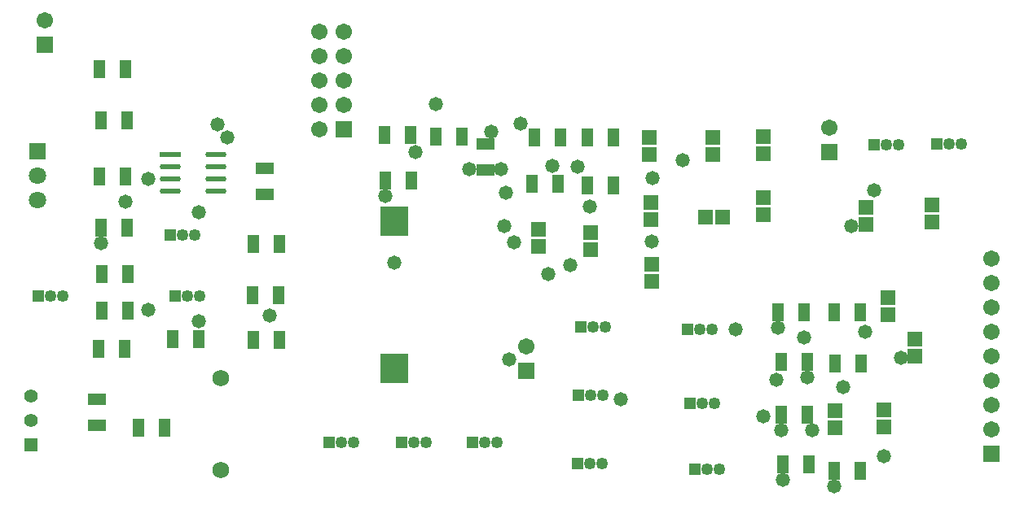
<source format=gts>
G04*
G04 #@! TF.GenerationSoftware,Altium Limited,Altium Designer,21.1.1 (26)*
G04*
G04 Layer_Color=8388736*
%FSLAX25Y25*%
%MOIN*%
G70*
G04*
G04 #@! TF.SameCoordinates,B1EDFFF0-04F4-4B73-9F12-1C7DDB0DF417*
G04*
G04*
G04 #@! TF.FilePolarity,Negative*
G04*
G01*
G75*
G04:AMPARAMS|DCode=19|XSize=85.59mil|YSize=22.97mil|CornerRadius=11.48mil|HoleSize=0mil|Usage=FLASHONLY|Rotation=0.000|XOffset=0mil|YOffset=0mil|HoleType=Round|Shape=RoundedRectangle|*
%AMROUNDEDRECTD19*
21,1,0.08559,0.00000,0,0,0.0*
21,1,0.06263,0.02297,0,0,0.0*
1,1,0.02297,0.03131,0.00000*
1,1,0.02297,-0.03131,0.00000*
1,1,0.02297,-0.03131,0.00000*
1,1,0.02297,0.03131,0.00000*
%
%ADD19ROUNDEDRECTD19*%
%ADD20R,0.08559X0.02297*%
%ADD21R,0.06312X0.06312*%
%ADD22R,0.05131X0.07493*%
%ADD23R,0.06312X0.06312*%
%ADD24R,0.07493X0.05131*%
%ADD25R,0.11784X0.12296*%
%ADD26C,0.04934*%
%ADD27R,0.04934X0.04934*%
%ADD28R,0.06706X0.06706*%
%ADD29C,0.06706*%
%ADD30C,0.06902*%
%ADD31C,0.07099*%
%ADD32R,0.07099X0.07099*%
%ADD33R,0.05524X0.05524*%
%ADD34C,0.05524*%
%ADD35C,0.05800*%
D19*
X195630Y242500D02*
D03*
Y237500D02*
D03*
Y232500D02*
D03*
Y227500D02*
D03*
X177000D02*
D03*
Y232500D02*
D03*
Y237500D02*
D03*
D20*
Y242500D02*
D03*
D21*
X488500Y214913D02*
D03*
Y222000D02*
D03*
X461500Y213913D02*
D03*
Y221000D02*
D03*
X481500Y159913D02*
D03*
Y167000D02*
D03*
X470500Y176913D02*
D03*
Y184000D02*
D03*
X469000Y130913D02*
D03*
Y138000D02*
D03*
X449000Y130457D02*
D03*
Y137543D02*
D03*
X419500Y217913D02*
D03*
Y225000D02*
D03*
Y242913D02*
D03*
Y250000D02*
D03*
X399000Y242413D02*
D03*
Y249500D02*
D03*
X374000Y190413D02*
D03*
Y197500D02*
D03*
X349000Y203413D02*
D03*
Y210500D02*
D03*
X327500Y204913D02*
D03*
Y212000D02*
D03*
X373500Y215913D02*
D03*
Y223000D02*
D03*
X373000Y242413D02*
D03*
Y249500D02*
D03*
D22*
X459130Y113000D02*
D03*
X448500D02*
D03*
X459630Y157000D02*
D03*
X449000D02*
D03*
X459130Y178000D02*
D03*
X448500D02*
D03*
X438130Y115500D02*
D03*
X427500D02*
D03*
X437630Y136000D02*
D03*
X427000D02*
D03*
X437630Y157500D02*
D03*
X427000D02*
D03*
X436315Y178000D02*
D03*
X425685D02*
D03*
X358130Y230000D02*
D03*
X347500D02*
D03*
X358130Y249500D02*
D03*
X347500D02*
D03*
X335630Y230500D02*
D03*
X325000D02*
D03*
X336630Y249500D02*
D03*
X326000D02*
D03*
X296130Y250000D02*
D03*
X285500D02*
D03*
X275500Y232000D02*
D03*
X264870D02*
D03*
X275315Y250469D02*
D03*
X264685D02*
D03*
X158630Y277500D02*
D03*
X148000D02*
D03*
X221630Y206000D02*
D03*
X211000D02*
D03*
X221130Y185000D02*
D03*
X210500D02*
D03*
X221630Y166500D02*
D03*
X211000D02*
D03*
X159130Y256500D02*
D03*
X148500D02*
D03*
X158630Y233500D02*
D03*
X148000D02*
D03*
X159130Y212500D02*
D03*
X148500D02*
D03*
X159630Y193500D02*
D03*
X149000D02*
D03*
X188630Y167000D02*
D03*
X178000D02*
D03*
X174630Y130500D02*
D03*
X164000D02*
D03*
X158130Y163000D02*
D03*
X147500D02*
D03*
X159630Y178500D02*
D03*
X149000D02*
D03*
D23*
X396000Y217000D02*
D03*
X403087D02*
D03*
D24*
X306000Y247000D02*
D03*
Y236370D02*
D03*
X215500Y237000D02*
D03*
Y226370D02*
D03*
X147000Y142315D02*
D03*
Y131685D02*
D03*
D25*
X268500Y154744D02*
D03*
Y215256D02*
D03*
D26*
X399500Y140500D02*
D03*
X394500D02*
D03*
X348500Y116000D02*
D03*
X353500D02*
D03*
X495500Y247000D02*
D03*
X500500D02*
D03*
X470000Y246500D02*
D03*
X475000D02*
D03*
X350000Y172000D02*
D03*
X355000D02*
D03*
X393500Y171000D02*
D03*
X398500D02*
D03*
X396500Y113500D02*
D03*
X401500D02*
D03*
X305500Y124500D02*
D03*
X310500D02*
D03*
X276500D02*
D03*
X281500D02*
D03*
X247000D02*
D03*
X252000D02*
D03*
X349000Y144000D02*
D03*
X354000D02*
D03*
X182000Y209500D02*
D03*
X187000D02*
D03*
X184000Y184500D02*
D03*
X189000D02*
D03*
X128000D02*
D03*
X133000D02*
D03*
D27*
X389500Y140500D02*
D03*
X343500Y116000D02*
D03*
X490500Y247000D02*
D03*
X465000Y246500D02*
D03*
X345000Y172000D02*
D03*
X388500Y171000D02*
D03*
X391500Y113500D02*
D03*
X300500Y124500D02*
D03*
X271500D02*
D03*
X242000D02*
D03*
X344000Y144000D02*
D03*
X177000Y209500D02*
D03*
X179000Y184500D02*
D03*
X123000D02*
D03*
D28*
X446500Y243500D02*
D03*
X513000Y120000D02*
D03*
X247815Y253000D02*
D03*
X322500Y154000D02*
D03*
X125500Y287500D02*
D03*
D29*
X446500Y253500D02*
D03*
X513000Y140000D02*
D03*
Y150000D02*
D03*
Y160000D02*
D03*
Y170000D02*
D03*
Y180000D02*
D03*
Y190000D02*
D03*
Y200000D02*
D03*
Y130000D02*
D03*
X237815Y293000D02*
D03*
X247815D02*
D03*
X237815Y283000D02*
D03*
X247815D02*
D03*
X237815Y273000D02*
D03*
X247815D02*
D03*
X237815Y263000D02*
D03*
X247815D02*
D03*
X237815Y253000D02*
D03*
X322500Y164000D02*
D03*
X125500Y297500D02*
D03*
D30*
X197500Y113220D02*
D03*
Y150780D02*
D03*
D31*
X122500Y224000D02*
D03*
Y234000D02*
D03*
D32*
Y244000D02*
D03*
D33*
X120000Y123500D02*
D03*
D34*
Y133500D02*
D03*
Y143500D02*
D03*
D35*
X475800Y159300D02*
D03*
X188500Y219000D02*
D03*
X167900Y179000D02*
D03*
X436315Y167500D02*
D03*
X439600Y129700D02*
D03*
X425000Y150100D02*
D03*
X315500Y158500D02*
D03*
X168000Y232500D02*
D03*
X158650Y223150D02*
D03*
X188630Y174070D02*
D03*
X200300Y249400D02*
D03*
X374400Y232800D02*
D03*
X374000Y206900D02*
D03*
X277100Y243485D02*
D03*
X361400Y142200D02*
D03*
X340500Y197200D02*
D03*
X196300Y254900D02*
D03*
X469000Y118800D02*
D03*
X437600Y151200D02*
D03*
X320400Y255100D02*
D03*
X312300Y236400D02*
D03*
X343600Y237700D02*
D03*
X452400Y147200D02*
D03*
X455600Y213300D02*
D03*
X461130Y170000D02*
D03*
X408400Y171000D02*
D03*
X348500Y221100D02*
D03*
X386700Y240300D02*
D03*
X313700Y213300D02*
D03*
X331500Y193500D02*
D03*
X308100Y252000D02*
D03*
X333400Y238000D02*
D03*
X317700Y206500D02*
D03*
X448500Y106700D02*
D03*
X419700Y135100D02*
D03*
X314400Y227000D02*
D03*
X264900Y225700D02*
D03*
X285500Y263100D02*
D03*
X268500Y198300D02*
D03*
X299100Y236500D02*
D03*
X148500Y206300D02*
D03*
X217570Y176400D02*
D03*
X465000Y227900D02*
D03*
X425700Y171700D02*
D03*
X427000Y129700D02*
D03*
X427500Y109200D02*
D03*
M02*

</source>
